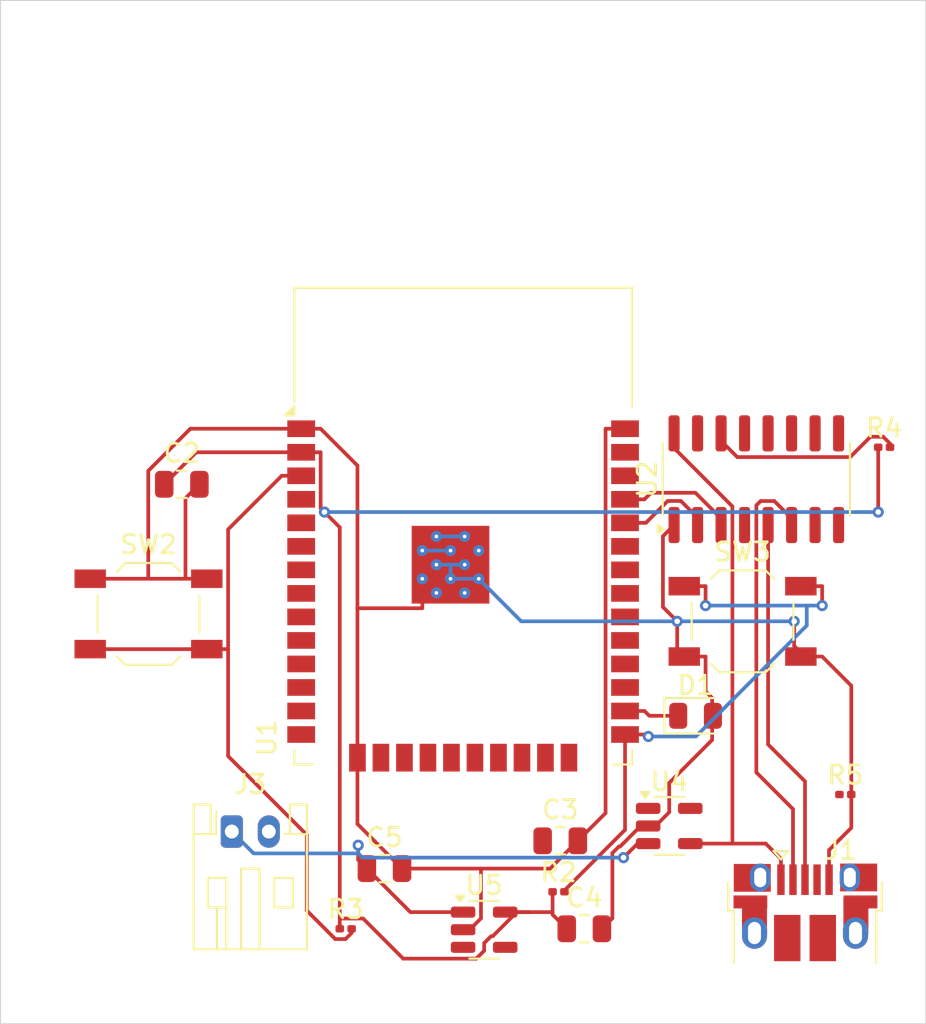
<source format=kicad_pcb>
(kicad_pcb (version 20240108) (generator "pcbnew") (generator_version "8.0")
  (layers (0 "F.Cu" signal) (31 "B.Cu" signal) (34 "B.Paste" user) (35 "F.Paste" user) (36 "B.SilkS" user "B.Silkscreen") (37 "F.SilkS" user "F.Silkscreen") (38 "B.Mask" user) (39 "F.Mask" user) (44 "Edge.Cuts" user))
  (net 0 "")
  (net 1 "GND")
  (net 2 "Net-(U1-VDD)")
  (net 3 "Net-(J1-VBUS)")
  (net 4 "Net-(J3-Pin_1)")
  (net 5 "Net-(D1-K)")
  (net 11 "Net-(J1-D+)")
  (net 16 "Net-(J1-D-)")
  (net 22 "Net-(U1-IO0)")
  (net 23 "Net-(U1-EN)")
  (net 24 "Net-(U2-~{RTS})")
  (net 25 "Net-(U4-PROG)")
  (net 37 "Net-(U1-TXD0{slash}IO1)")
  (net 38 "Net-(U1-RXD0{slash}IO3)")
  (footprint "Resistor_SMD:R_0201_0603Metric" (layer "F.Cu") (at 151 85)
    (property "Reference" "R4" (at 0 -1.05 0) (layer "F.SilkS"))
    (property "Value" "10k")
    (pad "1" smd roundrect (at -0.32 0) (size 0.46 0.4) (layers "F.Cu" "F.Mask") (net 2 "Net-(U1-VDD)"))
    (pad "2" smd roundrect (at 0.32 0) (size 0.46 0.4) (layers "F.Cu" "F.Mask") (net 24 "Net-(U2-~{RTS})"))
  )
  (footprint "Package_TO_SOT_SMD:TSOT-23-5" (layer "F.Cu") (at 139.3875 105.45)
    (property "Reference" "U4" (at 0 -2.4 0) (layer "F.SilkS"))
    (property "Value" "TP4057")
    (fp_line (start 0 -1.56) (end -0.8 -1.56) (stroke (width 0.12)) (layer "F.SilkS"))
    (fp_line (start 0 -1.56) (end 0.8 -1.56) (stroke (width 0.12)) (layer "F.SilkS"))
    (fp_line (start 0 1.56) (end -0.8 1.56) (stroke (width 0.12)) (layer "F.SilkS"))
    (fp_line (start 0 1.56) (end 0.8 1.56) (stroke (width 0.12)) (layer "F.SilkS"))
    (fp_poly (pts (xy -1.3 -1.51) (xy -1.54 -1.84) (xy -1.06 -1.84) (xy -1.3 -1.51)) (stroke (width 0.12)) (fill solid) (layer "F.SilkS"))
    (pad "1" smd roundrect (at -1.1375 -0.95) (size 1.325 0.6) (layers "F.Cu" "F.Paste" "F.Mask"))
    (pad "2" smd roundrect (at -1.1375 0) (size 1.325 0.6) (layers "F.Cu" "F.Paste" "F.Mask") (net 1 "GND"))
    (pad "3" smd roundrect (at -1.1375 0.95) (size 1.325 0.6) (layers "F.Cu" "F.Paste" "F.Mask") (net 4 "Net-(J3-Pin_1)"))
    (pad "4" smd roundrect (at 1.1375 0.95) (size 1.325 0.6) (layers "F.Cu" "F.Paste" "F.Mask") (net 3 "Net-(J1-VBUS)"))
    (pad "5" smd roundrect (at 1.1375 -0.95) (size 1.325 0.6) (layers "F.Cu" "F.Paste" "F.Mask"))
  )
  (footprint "RF_Module:ESP32-WROOM-32" (layer "F.Cu") (at 128.25 92.25)
    (property "Reference" "U1" (at -10.61 8.43 90) (layer "F.SilkS"))
    (property "Value" "ESP32-WROOM-32")
    (fp_line (start -9.12 -15.86) (end -9.12 -9.7) (stroke (width 0.12)) (layer "F.SilkS"))
    (fp_line (start -9.12 -15.86) (end 9.12 -15.86) (stroke (width 0.12)) (layer "F.SilkS"))
    (fp_line (start -9.12 9.1) (end -9.12 9.88) (stroke (width 0.12)) (layer "F.SilkS"))
    (fp_line (start -9.12 9.88) (end -8.12 9.88) (stroke (width 0.12)) (layer "F.SilkS"))
    (fp_line (start 9.12 -15.86) (end 9.12 -9.445) (stroke (width 0.12)) (layer "F.SilkS"))
    (fp_line (start 9.12 9.1) (end 9.12 9.88) (stroke (width 0.12)) (layer "F.SilkS"))
    (fp_line (start 9.12 9.88) (end 8.12 9.88) (stroke (width 0.12)) (layer "F.SilkS"))
    (fp_poly (pts (xy -9.125 -8.975) (xy -9.625 -8.975) (xy -9.125 -9.475) (xy -9.125 -8.975)) (stroke (width 0.12)) (fill solid) (layer "F.SilkS"))
    (pad "1" smd rect (at -8.75 -8.25) (size 1.5 0.9) (layers "F.Cu" "F.Paste" "F.Mask") (net 1 "GND"))
    (pad "2" smd rect (at -8.75 -6.98) (size 1.5 0.9) (layers "F.Cu" "F.Paste" "F.Mask") (net 2 "Net-(U1-VDD)"))
    (pad "3" smd rect (at -8.75 -5.71) (size 1.5 0.9) (layers "F.Cu" "F.Paste" "F.Mask") (net 23 "Net-(U1-EN)"))
    (pad "4" smd rect (at -8.75 -4.44) (size 1.5 0.9) (layers "F.Cu" "F.Paste" "F.Mask"))
    (pad "5" smd rect (at -8.75 -3.17) (size 1.5 0.9) (layers "F.Cu" "F.Paste" "F.Mask"))
    (pad "6" smd rect (at -8.75 -1.9) (size 1.5 0.9) (layers "F.Cu" "F.Paste" "F.Mask"))
    (pad "7" smd rect (at -8.75 -0.63) (size 1.5 0.9) (layers "F.Cu" "F.Paste" "F.Mask"))
    (pad "8" smd rect (at -8.75 0.64) (size 1.5 0.9) (layers "F.Cu" "F.Paste" "F.Mask"))
    (pad "9" smd rect (at -8.75 1.91) (size 1.5 0.9) (layers "F.Cu" "F.Paste" "F.Mask"))
    (pad "10" smd rect (at -8.75 3.18) (size 1.5 0.9) (layers "F.Cu" "F.Paste" "F.Mask"))
    (pad "11" smd rect (at -8.75 4.45) (size 1.5 0.9) (layers "F.Cu" "F.Paste" "F.Mask"))
    (pad "12" smd rect (at -8.75 5.72) (size 1.5 0.9) (layers "F.Cu" "F.Paste" "F.Mask"))
    (pad "13" smd rect (at -8.75 6.99) (size 1.5 0.9) (layers "F.Cu" "F.Paste" "F.Mask"))
    (pad "14" smd rect (at -8.75 8.26) (size 1.5 0.9) (layers "F.Cu" "F.Paste" "F.Mask"))
    (pad "15" smd rect (at -5.71 9.51 90) (size 1.5 0.9) (layers "F.Cu" "F.Paste" "F.Mask") (net 1 "GND"))
    (pad "16" smd rect (at -4.44 9.51 90) (size 1.5 0.9) (layers "F.Cu" "F.Paste" "F.Mask"))
    (pad "17" smd rect (at -3.17 9.51 90) (size 1.5 0.9) (layers "F.Cu" "F.Paste" "F.Mask"))
    (pad "18" smd rect (at -1.9 9.51 90) (size 1.5 0.9) (layers "F.Cu" "F.Paste" "F.Mask"))
    (pad "19" smd rect (at -0.63 9.51 90) (size 1.5 0.9) (layers "F.Cu" "F.Paste" "F.Mask"))
    (pad "20" smd rect (at 0.64 9.51 90) (size 1.5 0.9) (layers "F.Cu" "F.Paste" "F.Mask"))
    (pad "21" smd rect (at 1.91 9.51 90) (size 1.5 0.9) (layers "F.Cu" "F.Paste" "F.Mask"))
    (pad "22" smd rect (at 3.18 9.51 90) (size 1.5 0.9) (layers "F.Cu" "F.Paste" "F.Mask"))
    (pad "23" smd rect (at 4.45 9.51 90) (size 1.5 0.9) (layers "F.Cu" "F.Paste" "F.Mask"))
    (pad "24" smd rect (at 5.72 9.51 90) (size 1.5 0.9) (layers "F.Cu" "F.Paste" "F.Mask"))
    (pad "25" smd rect (at 8.75 8.26) (size 1.5 0.9) (layers "F.Cu" "F.Paste" "F.Mask") (net 22 "Net-(U1-IO0)"))
    (pad "26" smd rect (at 8.75 6.99) (size 1.5 0.9) (layers "F.Cu" "F.Paste" "F.Mask") (net 5 "Net-(D1-K)"))
    (pad "27" smd rect (at 8.75 5.72) (size 1.5 0.9) (layers "F.Cu" "F.Paste" "F.Mask"))
    (pad "28" smd rect (at 8.75 4.45) (size 1.5 0.9) (layers "F.Cu" "F.Paste" "F.Mask"))
    (pad "29" smd rect (at 8.75 3.18) (size 1.5 0.9) (layers "F.Cu" "F.Paste" "F.Mask"))
    (pad "30" smd rect (at 8.75 1.91) (size 1.5 0.9) (layers "F.Cu" "F.Paste" "F.Mask"))
    (pad "31" smd rect (at 8.75 0.64) (size 1.5 0.9) (layers "F.Cu" "F.Paste" "F.Mask"))
    (pad "32" smd rect (at 8.75 -0.63) (size 1.5 0.9) (layers "F.Cu" "F.Paste" "F.Mask"))
    (pad "33" smd rect (at 8.75 -1.9) (size 1.5 0.9) (layers "F.Cu" "F.Paste" "F.Mask"))
    (pad "34" smd rect (at 8.75 -3.17) (size 1.5 0.9) (layers "F.Cu" "F.Paste" "F.Mask") (net 38 "Net-(U1-RXD0{slash}IO3)"))
    (pad "35" smd rect (at 8.75 -4.44) (size 1.5 0.9) (layers "F.Cu" "F.Paste" "F.Mask") (net 37 "Net-(U1-TXD0{slash}IO1)"))
    (pad "36" smd rect (at 8.75 -5.71) (size 1.5 0.9) (layers "F.Cu" "F.Paste" "F.Mask"))
    (pad "37" smd rect (at 8.75 -6.98) (size 1.5 0.9) (layers "F.Cu" "F.Paste" "F.Mask"))
    (pad "38" smd rect (at 8.75 -8.25) (size 1.5 0.9) (layers "F.Cu" "F.Paste" "F.Mask") (net 1 "GND"))
    (pad "39" smd rect (at -2.205 -2.435) (size 1.05 1.05) (layers "F.Cu" "F.Paste") (net 1 "GND"))
    (pad "39" thru_hole circle (at -2.205 -1.6725) (size 0.6 0.6) (drill 0.2) (property pad_prop_heatsink) (layers "*.Cu" "F.Mask") (net 1 "GND"))
    (pad "39" smd rect (at -2.205 -0.91) (size 1.05 1.05) (layers "F.Cu" "F.Paste") (net 1 "GND"))
    (pad "39" thru_hole circle (at -2.205 -0.1475) (size 0.6 0.6) (drill 0.2) (property pad_prop_heatsink) (layers "*.Cu" "F.Mask") (net 1 "GND"))
    (pad "39" smd rect (at -2.205 0.615) (size 1.05 1.05) (layers "F.Cu" "F.Paste") (net 1 "GND"))
    (pad "39" thru_hole circle (at -1.4425 -2.435) (size 0.6 0.6) (drill 0.2) (property pad_prop_heatsink) (layers "*.Cu" "F.Mask") (net 1 "GND"))
    (pad "39" thru_hole circle (at -1.4425 -0.91) (size 0.6 0.6) (drill 0.2) (property pad_prop_heatsink) (layers "*.Cu" "F.Mask") (net 1 "GND"))
    (pad "39" thru_hole circle (at -1.4425 0.615) (size 0.6 0.6) (drill 0.2) (property pad_prop_heatsink) (layers "*.Cu" "F.Mask") (net 1 "GND"))
    (pad "39" smd rect (at -0.68 -2.435) (size 1.05 1.05) (layers "F.Cu" "F.Paste") (net 1 "GND"))
    (pad "39" thru_hole circle (at -0.68 -1.6725) (size 0.6 0.6) (drill 0.2) (property pad_prop_heatsink) (layers "*.Cu" "F.Mask") (net 1 "GND"))
    (pad "39" smd rect (at -0.68 -0.91) (size 1.05 1.05) (layers "F.Cu" "F.Paste") (net 1 "GND"))
    (pad "39" smd rect (at -0.68 -0.91) (size 4.2 4.2) (layers "F.Cu" "F.Mask") (net 1 "GND"))
    (pad "39" thru_hole circle (at -0.68 -0.1475) (size 0.6 0.6) (drill 0.2) (property pad_prop_heatsink) (layers "*.Cu" "F.Mask") (net 1 "GND"))
    (pad "39" smd rect (at -0.68 0.615) (size 1.05 1.05) (layers "F.Cu" "F.Paste") (net 1 "GND"))
    (pad "39" thru_hole circle (at 0.0825 -2.435) (size 0.6 0.6) (drill 0.2) (property pad_prop_heatsink) (layers "*.Cu" "F.Mask") (net 1 "GND"))
    (pad "39" thru_hole circle (at 0.0825 -0.91) (size 0.6 0.6) (drill 0.2) (property pad_prop_heatsink) (layers "*.Cu" "F.Mask") (net 1 "GND"))
    (pad "39" thru_hole circle (at 0.0825 0.615) (size 0.6 0.6) (drill 0.2) (property pad_prop_heatsink) (layers "*.Cu" "F.Mask") (net 1 "GND"))
    (pad "39" smd rect (at 0.845 -2.435) (size 1.05 1.05) (layers "F.Cu" "F.Paste") (net 1 "GND"))
    (pad "39" thru_hole circle (at 0.845 -1.6725) (size 0.6 0.6) (drill 0.2) (property pad_prop_heatsink) (layers "*.Cu" "F.Mask") (net 1 "GND"))
    (pad "39" smd rect (at 0.845 -0.91) (size 1.05 1.05) (layers "F.Cu" "F.Paste") (net 1 "GND"))
    (pad "39" thru_hole circle (at 0.845 -0.1475) (size 0.6 0.6) (drill 0.2) (property pad_prop_heatsink) (layers "*.Cu" "F.Mask") (net 1 "GND"))
    (pad "39" smd rect (at 0.845 0.615) (size 1.05 1.05) (layers "F.Cu" "F.Paste") (net 1 "GND"))
  )
  (footprint "Capacitor_SMD:C_0805_2012Metric" (layer "F.Cu") (at 124 107.75)
    (property "Reference" "C5" (at 0 -1.68 0) (layer "F.SilkS"))
    (property "Value" "1uF")
    (fp_line (start -0.261252 -0.735) (end 0.261252 -0.735) (stroke (width 0.12)) (layer "F.SilkS"))
    (fp_line (start -0.261252 0.735) (end 0.261252 0.735) (stroke (width 0.12)) (layer "F.SilkS"))
    (pad "1" smd roundrect (at -0.95 0) (size 1 1.45) (layers "F.Cu" "F.Paste" "F.Mask") (net 4 "Net-(J3-Pin_1)"))
    (pad "2" smd roundrect (at 0.95 0) (size 1 1.45) (layers "F.Cu" "F.Paste" "F.Mask") (net 1 "GND"))
  )
  (footprint "Package_TO_SOT_SMD:SOT-23-5" (layer "F.Cu") (at 129.3875 111.05)
    (property "Reference" "U5" (at 0 -2.4 0) (layer "F.SilkS"))
    (property "Value" "MIC5504-3.3YM5")
    (fp_line (start 0 -1.56) (end -0.8 -1.56) (stroke (width 0.12)) (layer "F.SilkS"))
    (fp_line (start 0 -1.56) (end 0.8 -1.56) (stroke (width 0.12)) (layer "F.SilkS"))
    (fp_line (start 0 1.56) (end -0.8 1.56) (stroke (width 0.12)) (layer "F.SilkS"))
    (fp_line (start 0 1.56) (end 0.8 1.56) (stroke (width 0.12)) (layer "F.SilkS"))
    (fp_poly (pts (xy -1.3 -1.51) (xy -1.54 -1.84) (xy -1.06 -1.84) (xy -1.3 -1.51)) (stroke (width 0.12)) (fill solid) (layer "F.SilkS"))
    (pad "1" smd roundrect (at -1.1375 -0.95) (size 1.325 0.6) (layers "F.Cu" "F.Paste" "F.Mask") (net 4 "Net-(J3-Pin_1)"))
    (pad "2" smd roundrect (at -1.1375 0) (size 1.325 0.6) (layers "F.Cu" "F.Paste" "F.Mask") (net 1 "GND"))
    (pad "3" smd roundrect (at -1.1375 0.95) (size 1.325 0.6) (layers "F.Cu" "F.Paste" "F.Mask"))
    (pad "4" smd roundrect (at 1.1375 0.95) (size 1.325 0.6) (layers "F.Cu" "F.Paste" "F.Mask"))
    (pad "5" smd roundrect (at 1.1375 -0.95) (size 1.325 0.6) (layers "F.Cu" "F.Paste" "F.Mask") (net 2 "Net-(U1-VDD)"))
  )
  (footprint "Resistor_SMD:R_0201_0603Metric" (layer "F.Cu") (at 133.405 109)
    (property "Reference" "R2" (at 0 -1.05 0) (layer "F.SilkS"))
    (property "Value" "10k")
    (pad "1" smd roundrect (at -0.32 0) (size 0.46 0.4) (layers "F.Cu" "F.Mask") (net 2 "Net-(U1-VDD)"))
    (pad "2" smd roundrect (at 0.32 0) (size 0.46 0.4) (layers "F.Cu" "F.Mask") (net 22 "Net-(U1-IO0)"))
  )
  (footprint "Capacitor_SMD:C_0805_2012Metric" (layer "F.Cu") (at 134.8 111)
    (property "Reference" "C4" (at 0 -1.68 0) (layer "F.SilkS"))
    (property "Value" "0.1uF")
    (fp_line (start -0.261252 -0.735) (end 0.261252 -0.735) (stroke (width 0.12)) (layer "F.SilkS"))
    (fp_line (start -0.261252 0.735) (end 0.261252 0.735) (stroke (width 0.12)) (layer "F.SilkS"))
    (pad "1" smd roundrect (at -0.95 0) (size 1 1.45) (layers "F.Cu" "F.Paste" "F.Mask") (net 2 "Net-(U1-VDD)"))
    (pad "2" smd roundrect (at 0.95 0) (size 1 1.45) (layers "F.Cu" "F.Paste" "F.Mask") (net 1 "GND"))
  )
  (footprint "Capacitor_SMD:C_0805_2012Metric" (layer "F.Cu") (at 113.05 87)
    (property "Reference" "C2" (at 0 -1.68 0) (layer "F.SilkS"))
    (property "Value" "10uF")
    (fp_line (start -0.261252 -0.735) (end 0.261252 -0.735) (stroke (width 0.12)) (layer "F.SilkS"))
    (fp_line (start -0.261252 0.735) (end 0.261252 0.735) (stroke (width 0.12)) (layer "F.SilkS"))
    (pad "1" smd roundrect (at -0.95 0) (size 1 1.45) (layers "F.Cu" "F.Paste" "F.Mask") (net 2 "Net-(U1-VDD)"))
    (pad "2" smd roundrect (at 0.95 0) (size 1 1.45) (layers "F.Cu" "F.Paste" "F.Mask") (net 1 "GND"))
  )
  (footprint "Connector_JST:JST_PH_S2B-PH-K_1x02_P2.00mm_Horizontal" (layer "F.Cu") (at 115.75 105.75)
    (property "Reference" "J3" (at 1 -2.55 0) (layer "F.SilkS"))
    (property "Value" "Lipo-Bat")
    (fp_line (start -2.06 -1.46) (end -2.06 6.36) (stroke (width 0.12)) (layer "F.SilkS"))
    (fp_line (start -2.06 0.14) (end -1.14 0.14) (stroke (width 0.12)) (layer "F.SilkS"))
    (fp_line (start -2.06 6.36) (end 4.06 6.36) (stroke (width 0.12)) (layer "F.SilkS"))
    (fp_line (start -1.3 2.5) (end -1.3 4.1) (stroke (width 0.12)) (layer "F.SilkS"))
    (fp_line (start -1.3 4.1) (end -0.3 4.1) (stroke (width 0.12)) (layer "F.SilkS"))
    (fp_line (start -1.14 -1.46) (end -2.06 -1.46) (stroke (width 0.12)) (layer "F.SilkS"))
    (fp_line (start -1.14 0.14) (end -1.14 -1.46) (stroke (width 0.12)) (layer "F.SilkS"))
    (fp_line (start -0.86 0.14) (end -1.14 0.14) (stroke (width 0.12)) (layer "F.SilkS"))
    (fp_line (start -0.86 0.14) (end -0.86 -1.075) (stroke (width 0.12)) (layer "F.SilkS"))
    (fp_line (start -0.8 4.1) (end -0.8 6.36) (stroke (width 0.12)) (layer "F.SilkS"))
    (fp_line (start -0.3 2.5) (end -1.3 2.5) (stroke (width 0.12)) (layer "F.SilkS"))
    (fp_line (start -0.3 4.1) (end -0.3 2.5) (stroke (width 0.12)) (layer "F.SilkS"))
    (fp_line (start -0.3 4.1) (end -0.3 6.36) (stroke (width 0.12)) (layer "F.SilkS"))
    (fp_line (start 0.5 2) (end 1.5 2) (stroke (width 0.12)) (layer "F.SilkS"))
    (fp_line (start 0.5 6.36) (end 0.5 2) (stroke (width 0.12)) (layer "F.SilkS"))
    (fp_line (start 1.5 2) (end 1.5 6.36) (stroke (width 0.12)) (layer "F.SilkS"))
    (fp_line (start 2.3 2.5) (end 3.3 2.5) (stroke (width 0.12)) (layer "F.SilkS"))
    (fp_line (start 2.3 4.1) (end 2.3 2.5) (stroke (width 0.12)) (layer "F.SilkS"))
    (fp_line (start 3.14 -1.46) (end 3.14 0.14) (stroke (width 0.12)) (layer "F.SilkS"))
    (fp_line (start 3.14 0.14) (end 2.86 0.14) (stroke (width 0.12)) (layer "F.SilkS"))
    (fp_line (start 3.3 2.5) (end 3.3 4.1) (stroke (width 0.12)) (layer "F.SilkS"))
    (fp_line (start 3.3 4.1) (end 2.3 4.1) (stroke (width 0.12)) (layer "F.SilkS"))
    (fp_line (start 4.06 -1.46) (end 3.14 -1.46) (stroke (width 0.12)) (layer "F.SilkS"))
    (fp_line (start 4.06 0.14) (end 3.14 0.14) (stroke (width 0.12)) (layer "F.SilkS"))
    (fp_line (start 4.06 6.36) (end 4.06 -1.46) (stroke (width 0.12)) (layer "F.SilkS"))
    (pad "1" thru_hole roundrect (at 0 0) (size 1.2 1.75) (drill 0.75) (layers "*.Cu" "*.Mask") (roundrect_rratio 0.208333) (net 4 "Net-(J3-Pin_1)"))
    (pad "2" thru_hole oval (at 2 0) (size 1.2 1.75) (drill 0.75) (layers "*.Cu" "*.Mask"))
  )
  (footprint "Resistor_SMD:R_0201_0603Metric" (layer "F.Cu") (at 121.905 111)
    (property "Reference" "R3" (at 0 -1.05 0) (layer "F.SilkS"))
    (property "Value" "10k")
    (pad "1" smd roundrect (at -0.32 0) (size 0.46 0.4) (layers "F.Cu" "F.Mask") (net 2 "Net-(U1-VDD)"))
    (pad "2" smd roundrect (at 0.32 0) (size 0.46 0.4) (layers "F.Cu" "F.Mask") (net 23 "Net-(U1-EN)"))
  )
  (footprint "Connector_USB:USB_Micro-B_Amphenol_10103594-0001LF_Horizontal" (layer "F.Cu") (at 146.75 110.115)
    (property "Reference" "J1" (at 1.925 -3.365 0) (layer "F.SilkS"))
    (property "Value" "USB_B_Micro")
    (fp_line (start -4.175 -0.065) (end -4.175 -1.615) (stroke (width 0.12)) (layer "F.SilkS"))
    (fp_line (start -4.175 -0.065) (end -3.875 -0.065) (stroke (width 0.12)) (layer "F.SilkS"))
    (fp_line (start -3.875 2.735) (end -3.875 -0.065) (stroke (width 0.12)) (layer "F.SilkS"))
    (fp_line (start -1.725 -3.315) (end -0.925 -3.315) (stroke (width 0.12)) (layer "F.SilkS"))
    (fp_line (start -1.325 -2.865) (end -1.725 -3.315) (stroke (width 0.12)) (layer "F.SilkS"))
    (fp_line (start -0.925 -3.315) (end -1.325 -2.865) (stroke (width 0.12)) (layer "F.SilkS"))
    (fp_line (start 3.825 -0.065) (end 4.125 -0.065) (stroke (width 0.12)) (layer "F.SilkS"))
    (fp_line (start 3.825 2.735) (end 3.825 -0.065) (stroke (width 0.12)) (layer "F.SilkS"))
    (fp_line (start 4.125 -0.065) (end 4.125 -1.615) (stroke (width 0.12)) (layer "F.SilkS"))
    (pad "1" smd rect (at -1.325 -1.765 90) (size 1.65 0.4) (layers "F.Cu" "F.Paste" "F.Mask") (net 3 "Net-(J1-VBUS)"))
    (pad "2" smd rect (at -0.675 -1.765 90) (size 1.65 0.4) (layers "F.Cu" "F.Paste" "F.Mask") (net 16 "Net-(J1-D-)"))
    (pad "3" smd rect (at -0.025 -1.765 90) (size 1.65 0.4) (layers "F.Cu" "F.Paste" "F.Mask") (net 11 "Net-(J1-D+)"))
    (pad "4" smd rect (at 0.625 -1.765 90) (size 1.65 0.4) (layers "F.Cu" "F.Paste" "F.Mask"))
    (pad "5" smd rect (at 1.275 -1.765 90) (size 1.65 0.4) (layers "F.Cu" "F.Paste" "F.Mask") (net 1 "GND"))
    (pad "6" smd rect (at -2.975 -0.565) (size 1.825 0.7) (layers "F.Cu" "F.Paste" "F.Mask"))
    (pad "6" smd rect (at -2.875 -1.865) (size 2 1.5) (layers "F.Cu" "F.Paste" "F.Mask"))
    (pad "6" smd rect (at -2.755 0.185) (size 1.35 2) (layers "F.Cu" "F.Paste" "F.Mask"))
    (pad "6" thru_hole oval (at -2.755 1.115 90) (size 1.7 1.35) (drill oval 1.2 0.7) (layers "*.Cu" "*.Mask"))
    (pad "6" thru_hole oval (at -2.445 -1.885 90) (size 1.5 1.1) (drill oval 1.05 0.65) (layers "*.Cu" "*.Mask"))
    (pad "6" smd rect (at -0.985 1.385 90) (size 2.5 1.43) (layers "F.Cu" "F.Paste" "F.Mask"))
    (pad "6" smd rect (at 0.935 1.385 90) (size 2.5 1.43) (layers "F.Cu" "F.Paste" "F.Mask"))
    (pad "6" thru_hole oval (at 2.395 -1.885 90) (size 1.5 1.1) (drill oval 1.05 0.65) (layers "*.Cu" "*.Mask"))
    (pad "6" thru_hole oval (at 2.705 1.115 90) (size 1.7 1.35) (drill oval 1.2 0.7) (layers "*.Cu" "*.Mask"))
    (pad "6" smd rect (at 2.725 0.185) (size 1.35 2) (layers "F.Cu" "F.Paste" "F.Mask"))
    (pad "6" smd rect (at 2.875 -1.885) (size 2 1.5) (layers "F.Cu" "F.Paste" "F.Mask"))
    (pad "6" smd rect (at 2.975 -0.565) (size 1.825 0.7) (layers "F.Cu" "F.Paste" "F.Mask"))
  )
  (footprint "Resistor_SMD:R_0201_0603Metric" (layer "F.Cu") (at 148.905 103.75)
    (property "Reference" "R5" (at 0 -1.05 0) (layer "F.SilkS"))
    (property "Value" "2k")
    (pad "1" smd roundrect (at -0.32 0) (size 0.46 0.4) (layers "F.Cu" "F.Mask") (net 25 "Net-(U4-PROG)"))
    (pad "2" smd roundrect (at 0.32 0) (size 0.46 0.4) (layers "F.Cu" "F.Mask") (net 1 "GND"))
  )
  (footprint "Capacitor_SMD:C_0805_2012Metric" (layer "F.Cu") (at 133.5 106.25)
    (property "Reference" "C3" (at 0 -1.68 0) (layer "F.SilkS"))
    (property "Value" "1uF")
    (fp_line (start -0.261252 -0.735) (end 0.261252 -0.735) (stroke (width 0.12)) (layer "F.SilkS"))
    (fp_line (start -0.261252 0.735) (end 0.261252 0.735) (stroke (width 0.12)) (layer "F.SilkS"))
    (pad "1" smd roundrect (at -0.95 0) (size 1 1.45) (layers "F.Cu" "F.Paste" "F.Mask") (net 3 "Net-(J1-VBUS)"))
    (pad "2" smd roundrect (at 0.95 0) (size 1 1.45) (layers "F.Cu" "F.Paste" "F.Mask") (net 1 "GND"))
  )
  (footprint "Package_SO:SOIC-16_3.9x9.9mm_P1.27mm" (layer "F.Cu") (at 144.095 86.725 90)
    (property "Reference" "U2" (at 0 -5.9 90) (layer "F.SilkS"))
    (property "Value" "CH340C")
    (fp_line (start 0 -5.06) (end 1.95 -5.06) (stroke (width 0.12)) (layer "F.SilkS"))
    (fp_line (start 0 -5.06) (end -1.95 -5.06) (stroke (width 0.12)) (layer "F.SilkS"))
    (fp_line (start 0 5.06) (end 1.95 5.06) (stroke (width 0.12)) (layer "F.SilkS"))
    (fp_line (start 0 5.06) (end -1.95 5.06) (stroke (width 0.12)) (layer "F.SilkS"))
    (fp_poly (pts (xy -2.7 -5.005) (xy -2.94 -5.335) (xy -2.46 -5.335) (xy -2.7 -5.005)) (stroke (width 0.12)) (fill solid) (layer "F.SilkS"))
    (pad "1" smd roundrect (at -2.475 -4.445 90) (size 1.95 0.6) (layers "F.Cu" "F.Paste" "F.Mask") (net 1 "GND"))
    (pad "2" smd roundrect (at -2.475 -3.175 90) (size 1.95 0.6) (layers "F.Cu" "F.Paste" "F.Mask") (net 38 "Net-(U1-RXD0{slash}IO3)"))
    (pad "3" smd roundrect (at -2.475 -1.905 90) (size 1.95 0.6) (layers "F.Cu" "F.Paste" "F.Mask") (net 37 "Net-(U1-TXD0{slash}IO1)"))
    (pad "4" smd roundrect (at -2.475 -0.635 90) (size 1.95 0.6) (layers "F.Cu" "F.Paste" "F.Mask"))
    (pad "5" smd roundrect (at -2.475 0.635 90) (size 1.95 0.6) (layers "F.Cu" "F.Paste" "F.Mask") (net 11 "Net-(J1-D+)"))
    (pad "6" smd roundrect (at -2.475 1.905 90) (size 1.95 0.6) (layers "F.Cu" "F.Paste" "F.Mask") (net 16 "Net-(J1-D-)"))
    (pad "7" smd roundrect (at -2.475 3.175 90) (size 1.95 0.6) (layers "F.Cu" "F.Paste" "F.Mask"))
    (pad "8" smd roundrect (at -2.475 4.445 90) (size 1.95 0.6) (layers "F.Cu" "F.Paste" "F.Mask"))
    (pad "9" smd roundrect (at 2.475 4.445 90) (size 1.95 0.6) (layers "F.Cu" "F.Paste" "F.Mask"))
    (pad "10" smd roundrect (at 2.475 3.175 90) (size 1.95 0.6) (layers "F.Cu" "F.Paste" "F.Mask"))
    (pad "11" smd roundrect (at 2.475 1.905 90) (size 1.95 0.6) (layers "F.Cu" "F.Paste" "F.Mask"))
    (pad "12" smd roundrect (at 2.475 0.635 90) (size 1.95 0.6) (layers "F.Cu" "F.Paste" "F.Mask"))
    (pad "13" smd roundrect (at 2.475 -0.635 90) (size 1.95 0.6) (layers "F.Cu" "F.Paste" "F.Mask"))
    (pad "14" smd roundrect (at 2.475 -1.905 90) (size 1.95 0.6) (layers "F.Cu" "F.Paste" "F.Mask") (net 24 "Net-(U2-~{RTS})"))
    (pad "15" smd roundrect (at 2.475 -3.175 90) (size 1.95 0.6) (layers "F.Cu" "F.Paste" "F.Mask"))
    (pad "16" smd roundrect (at 2.475 -4.445 90) (size 1.95 0.6) (layers "F.Cu" "F.Paste" "F.Mask") (net 3 "Net-(J1-VBUS)"))
  )
  (footprint "Button_Switch_SMD:SW_SPST_TL3342" (layer "F.Cu") (at 143.35 94.4)
    (property "Reference" "SW3" (at 0 -3.75 0) (layer "F.SilkS"))
    (property "Value" "Boot")
    (fp_line (start -2.75 -1) (end -2.75 1) (stroke (width 0.12)) (layer "F.SilkS"))
    (fp_line (start -1.7 -2.3) (end -1.25 -2.75) (stroke (width 0.12)) (layer "F.SilkS"))
    (fp_line (start -1.7 2.3) (end -1.25 2.75) (stroke (width 0.12)) (layer "F.SilkS"))
    (fp_line (start -1.25 -2.75) (end 1.25 -2.75) (stroke (width 0.12)) (layer "F.SilkS"))
    (fp_line (start -1.25 2.75) (end 1.25 2.75) (stroke (width 0.12)) (layer "F.SilkS"))
    (fp_line (start 1.7 -2.3) (end 1.25 -2.75) (stroke (width 0.12)) (layer "F.SilkS"))
    (fp_line (start 1.7 2.3) (end 1.25 2.75) (stroke (width 0.12)) (layer "F.SilkS"))
    (fp_line (start 2.75 -1) (end 2.75 1) (stroke (width 0.12)) (layer "F.SilkS"))
    (pad "1" smd rect (at -3.15 -1.9) (size 1.7 1) (layers "F.Cu" "F.Paste" "F.Mask") (net 22 "Net-(U1-IO0)"))
    (pad "1" smd rect (at 3.15 -1.9) (size 1.7 1) (layers "F.Cu" "F.Paste" "F.Mask") (net 22 "Net-(U1-IO0)"))
    (pad "2" smd rect (at -3.15 1.9) (size 1.7 1) (layers "F.Cu" "F.Paste" "F.Mask") (net 1 "GND"))
    (pad "2" smd rect (at 3.15 1.9) (size 1.7 1) (layers "F.Cu" "F.Paste" "F.Mask") (net 1 "GND"))
  )
  (footprint "Button_Switch_SMD:SW_SPST_TL3342" (layer "F.Cu") (at 111.25 94)
    (property "Reference" "SW2" (at 0 -3.75 0) (layer "F.SilkS"))
    (property "Value" "Reset")
    (fp_line (start -2.75 -1) (end -2.75 1) (stroke (width 0.12)) (layer "F.SilkS"))
    (fp_line (start -1.7 -2.3) (end -1.25 -2.75) (stroke (width 0.12)) (layer "F.SilkS"))
    (fp_line (start -1.7 2.3) (end -1.25 2.75) (stroke (width 0.12)) (layer "F.SilkS"))
    (fp_line (start -1.25 -2.75) (end 1.25 -2.75) (stroke (width 0.12)) (layer "F.SilkS"))
    (fp_line (start -1.25 2.75) (end 1.25 2.75) (stroke (width 0.12)) (layer "F.SilkS"))
    (fp_line (start 1.7 -2.3) (end 1.25 -2.75) (stroke (width 0.12)) (layer "F.SilkS"))
    (fp_line (start 1.7 2.3) (end 1.25 2.75) (stroke (width 0.12)) (layer "F.SilkS"))
    (fp_line (start 2.75 -1) (end 2.75 1) (stroke (width 0.12)) (layer "F.SilkS"))
    (pad "1" smd rect (at -3.15 -1.9) (size 1.7 1) (layers "F.Cu" "F.Paste" "F.Mask") (net 1 "GND"))
    (pad "1" smd rect (at 3.15 -1.9) (size 1.7 1) (layers "F.Cu" "F.Paste" "F.Mask") (net 1 "GND"))
    (pad "2" smd rect (at -3.15 1.9) (size 1.7 1) (layers "F.Cu" "F.Paste" "F.Mask") (net 23 "Net-(U1-EN)"))
    (pad "2" smd rect (at 3.15 1.9) (size 1.7 1) (layers "F.Cu" "F.Paste" "F.Mask") (net 23 "Net-(U1-EN)"))
  )
  (footprint "LED_SMD:LED_0805_2012Metric" (layer "F.Cu") (at 140.8125 99.5)
    (property "Reference" "D1" (at 0 -1.65 0) (layer "F.SilkS"))
    (property "Value" "LED")
    (fp_line (start -1.685 -0.96) (end -1.685 0.96) (stroke (width 0.12)) (layer "F.SilkS"))
    (fp_line (start -1.685 0.96) (end 1 0.96) (stroke (width 0.12)) (layer "F.SilkS"))
    (fp_line (start 1 -0.96) (end -1.685 -0.96) (stroke (width 0.12)) (layer "F.SilkS"))
    (pad "1" smd roundrect (at -0.9375 0) (size 0.975 1.4) (layers "F.Cu" "F.Paste" "F.Mask") (net 5 "Net-(D1-K)"))
    (pad "2" smd roundrect (at 0.9375 0) (size 0.975 1.4) (layers "F.Cu" "F.Paste" "F.Mask") (net 1 "GND"))
  )
  (gr_rect (start 103.25 60.875) (end 153.25 116.125) (stroke (width 0.05)) (fill none) (layer "Edge.Cuts"))
  (segment (start 140.2632 96.3) (end 139.8189 95.8557) (width 0.2) (layer "F.Cu") (net 1))
  (segment (start 129.095 92.1025) (end 129.095 91.34) (width 0.2) (layer "F.Cu") (net 1))
  (segment (start 139.3875 103.1213) (end 139.3875 104.7066) (width 0.2) (layer "F.Cu") (net 1))
  (segment (start 128.3325 92.865) (end 128.3325 91.34) (width 0.2) (layer "F.Cu") (net 1))
  (segment (start 113.2483 92.1) (end 113.2483 87.7517) (width 0.2) (layer "F.Cu") (net 1))
  (segment (start 127.57 91.34) (end 127.57 90.5775) (width 0.2) (layer "F.Cu") (net 1))
  (segment (start 126.045 92.1025) (end 126.045 91.34) (width 0.2) (layer "F.Cu") (net 1))
  (segment (start 140.3317 96.3) (end 141.3517 96.3) (width 0.2) (layer "F.Cu") (net 1))
  (segment (start 111.2366 86.2725) (end 113.5091 84) (width 0.2) (layer "F.Cu") (net 1))
  (segment (start 128.3325 89.815) (end 128.3325 91.34) (width 0.2) (layer "F.Cu") (net 1))
  (segment (start 148.025 106.7471) (end 149.225 105.5471) (width 0.2) (layer "F.Cu") (net 1))
  (segment (start 119.5 84) (end 120.5517 84) (width 0.2) (layer "F.Cu") (net 1))
  (segment (start 138.25 105.45) (end 137.8456 105.45) (width 0.2) (layer "F.Cu") (net 1))
  (segment (start 140.2 96.3) (end 140.2632 96.3) (width 0.2) (layer "F.Cu") (net 1))
  (segment (start 141.3517 96.3) (end 141.3517 98.182) (width 0.2) (layer "F.Cu") (net 1))
  (segment (start 111.2366 92.1) (end 111.2366 86.2725) (width 0.2) (layer "F.Cu") (net 1))
  (segment (start 129.095 91.34) (end 129.095 90.5775) (width 0.2) (layer "F.Cu") (net 1))
  (segment (start 135.9483 104.7517) (end 135.9483 84) (width 0.2) (layer "F.Cu") (net 1))
  (segment (start 132.95 107.75) (end 134.45 106.25) (width 0.2) (layer "F.Cu") (net 1))
  (segment (start 139.3875 104.7066) (end 138.6441 105.45) (width 0.2) (layer "F.Cu") (net 1))
  (segment (start 149.225 97.8733) (end 149.225 103.75) (width 0.2) (layer "F.Cu") (net 1))
  (segment (start 136.3157 110.4343) (end 135.75 111) (width 0.2) (layer "F.Cu") (net 1))
  (segment (start 137.8456 105.45) (end 136.7382 106.5574) (width 0.2) (layer "F.Cu") (net 1))
  (segment (start 147.6517 96.3) (end 149.225 97.8733) (width 0.2) (layer "F.Cu") (net 1))
  (segment (start 111.2366 92.1) (end 113.2483 92.1) (width 0.2) (layer "F.Cu") (net 1))
  (segment (start 138.6441 105.45) (end 138.25 105.45) (width 0.2) (layer "F.Cu") (net 1))
  (segment (start 146.7125 96.3) (end 147.6517 96.3) (width 0.2) (layer "F.Cu") (net 1))
  (segment (start 136.6683 106.5574) (end 136.3157 106.91) (width 0.2) (layer "F.Cu") (net 1))
  (segment (start 127.57 90.5775) (end 127.57 89.815) (width 0.2) (layer "F.Cu") (net 1))
  (segment (start 108.1 92.1) (end 111.2366 92.1) (width 0.2) (layer "F.Cu") (net 1))
  (segment (start 127.57 92.865) (end 127.57 92.1025) (width 0.2) (layer "F.Cu") (net 1))
  (segment (start 114.4 92.1) (end 113.2483 92.1) (width 0.2) (layer "F.Cu") (net 1))
  (segment (start 124.95 107.75) (end 129.2148 107.75) (width 0.2) (layer "F.Cu") (net 1))
  (segment (start 146.5 96.3) (end 146.7125 96.3) (width 0.2) (layer "F.Cu") (net 1))
  (segment (start 137 84) (end 135.9483 84) (width 0.2) (layer "F.Cu") (net 1))
  (segment (start 139.0483 93.6271) (end 139.0483 89.8017) (width 0.2) (layer "F.Cu") (net 1))
  (segment (start 122.54 105.34) (end 122.54 101.76) (width 0.2) (layer "F.Cu") (net 1))
  (segment (start 148.025 108.35) (end 148.025 106.7471) (width 0.2) (layer "F.Cu") (net 1))
  (segment (start 140.3317 96.3) (end 140.2632 96.3) (width 0.2) (layer "F.Cu") (net 1))
  (segment (start 126.045 92.865) (end 126.045 93.6917) (width 0.2) (layer "F.Cu") (net 1))
  (segment (start 113.5091 84) (end 119.5 84) (width 0.2) (layer "F.Cu") (net 1))
  (segment (start 146.7125 96.3) (end 146.1375 95.725) (width 0.2) (layer "F.Cu") (net 1))
  (segment (start 122.54 85.9883) (end 120.5517 84) (width 0.2) (layer "F.Cu") (net 1))
  (segment (start 122.54 101.76) (end 122.54 93.6917) (width 0.2) (layer "F.Cu") (net 1))
  (segment (start 141.3517 98.182) (end 141.7061 98.5364) (width 0.2) (layer "F.Cu") (net 1))
  (segment (start 139.8189 94.3977) (end 139.0483 93.6271) (width 0.2) (layer "F.Cu") (net 1))
  (segment (start 129.095 92.865) (end 129.095 92.1025) (width 0.2) (layer "F.Cu") (net 1))
  (segment (start 149.225 105.5471) (end 149.225 103.75) (width 0.2) (layer "F.Cu") (net 1))
  (segment (start 136.7382 106.5574) (end 136.6683 106.5574) (width 0.2) (layer "F.Cu") (net 1))
  (segment (start 141.7061 98.5364) (end 141.7061 100.8027) (width 0.2) (layer "F.Cu") (net 1))
  (segment (start 126.045 90.5775) (end 126.045 89.815) (width 0.2) (layer "F.Cu") (net 1))
  (segment (start 124.95 107.75) (end 122.54 105.34) (width 0.2) (layer "F.Cu") (net 1))
  (segment (start 122.54 93.6917) (end 122.54 85.9883) (width 0.2) (layer "F.Cu") (net 1))
  (segment (start 134.45 106.25) (end 135.9483 104.7517) (width 0.2) (layer "F.Cu") (net 1))
  (segment (start 126.045 93.6917) (end 122.54 93.6917) (width 0.2) (layer "F.Cu") (net 1))
  (segment (start 136.3157 106.91) (end 136.3157 110.4343) (width 0.2) (layer "F.Cu") (net 1))
  (segment (start 129.2148 107.75) (end 129.2148 110.4374) (width 0.2) (layer "F.Cu") (net 1))
  (segment (start 141.7061 98.5364) (end 141.7061 99.4561) (width 0.2) (layer "F.Cu") (net 1))
  (segment (start 129.2148 107.75) (end 132.95 107.75) (width 0.2) (layer "F.Cu") (net 1))
  (segment (start 127.57 92.1025) (end 127.57 91.34) (width 0.2) (layer "F.Cu") (net 1))
  (segment (start 141.7061 99.4561) (end 141.75 99.5) (width 0.2) (layer "F.Cu") (net 1))
  (segment (start 113.2483 87.7517) (end 114 87) (width 0.2) (layer "F.Cu") (net 1))
  (segment (start 129.095 90.5775) (end 129.095 89.815) (width 0.2) (layer "F.Cu") (net 1))
  (segment (start 129.2148 110.4374) (end 128.6022 111.05) (width 0.2) (layer "F.Cu") (net 1))
  (segment (start 141.7061 100.8027) (end 139.3875 103.1213) (width 0.2) (layer "F.Cu") (net 1))
  (segment (start 126.8075 92.865) (end 126.8075 91.34) (width 0.2) (layer "F.Cu") (net 1))
  (segment (start 126.045 92.865) (end 126.045 92.1025) (width 0.2) (layer "F.Cu") (net 1))
  (segment (start 139.0483 89.8017) (end 139.65 89.2) (width 0.2) (layer "F.Cu") (net 1))
  (segment (start 128.6022 111.05) (end 128.25 111.05) (width 0.2) (layer "F.Cu") (net 1))
  (segment (start 126.045 91.34) (end 126.045 90.5775) (width 0.2) (layer "F.Cu") (net 1))
  (segment (start 139.8189 95.8557) (end 139.8189 94.3977) (width 0.2) (layer "F.Cu") (net 1))
  (segment (start 146.1375 95.725) (end 146.1375 94.3977) (width 0.2) (layer "F.Cu") (net 1))
  (via (at 139.8189 94.3977) (size 0.6) (drill 0.3) (layers "F.Cu" "B.Cu") (net 1))
  (via (at 146.1375 94.3977) (size 0.6) (drill 0.3) (layers "F.Cu" "B.Cu") (net 1))
  (segment (start 131.3902 94.3977) (end 139.8189 94.3977) (width 0.2) (layer "B.Cu") (net 1))
  (segment (start 128.3325 89.815) (end 126.8075 89.815) (width 0.2) (layer "B.Cu") (net 1))
  (segment (start 127.57 90.5775) (end 126.045 90.5775) (width 0.2) (layer "B.Cu") (net 1))
  (segment (start 139.8189 94.3977) (end 146.1375 94.3977) (width 0.2) (layer "B.Cu") (net 1))
  (segment (start 129.095 92.1025) (end 131.3902 94.3977) (width 0.2) (layer "B.Cu") (net 1))
  (segment (start 127.57 91.34) (end 126.8075 91.34) (width 0.2) (layer "B.Cu") (net 1))
  (segment (start 128.3325 91.34) (end 127.57 91.34) (width 0.2) (layer "B.Cu") (net 1))
  (segment (start 127.57 91.34) (end 127.57 92.1025) (width 0.2) (layer "B.Cu") (net 1))
  (segment (start 129.095 92.1025) (end 127.57 92.1025) (width 0.2) (layer "B.Cu") (net 1))
  (segment (start 121.585 110.4454) (end 121.585 89.3258) (width 0.2) (layer "F.Cu") (net 2))
  (segment (start 121.585 89.3258) (end 120.7584 88.4992) (width 0.2) (layer "F.Cu") (net 2))
  (segment (start 131.805 110.1) (end 131.1524 110.1) (width 0.2) (layer "F.Cu") (net 2))
  (segment (start 119.5 85.27) (end 120.5517 85.27) (width 0.2) (layer "F.Cu") (net 2))
  (segment (start 131.1524 110.1) (end 129.8547 111.3977) (width 0.2) (layer "F.Cu") (net 2))
  (segment (start 128.9635 112.6112) (end 125.0122 112.6112) (width 0.2) (layer "F.Cu") (net 2))
  (segment (start 133.085 110.235) (end 133.085 110.1) (width 0.2) (layer "F.Cu") (net 2))
  (segment (start 129.3875 112.1872) (end 128.9635 112.6112) (width 0.2) (layer "F.Cu") (net 2))
  (segment (start 120.5517 88.2925) (end 120.7584 88.4992) (width 0.2) (layer "F.Cu") (net 2))
  (segment (start 121.585 111) (end 121.585 110.4454) (width 0.2) (layer "F.Cu") (net 2))
  (segment (start 113.83 85.27) (end 119.5 85.27) (width 0.2) (layer "F.Cu") (net 2))
  (segment (start 122.8464 110.4454) (end 121.585 110.4454) (width 0.2) (layer "F.Cu") (net 2))
  (segment (start 131.805 110.1) (end 130.525 110.1) (width 0.2) (layer "F.Cu") (net 2))
  (segment (start 129.3875 111.7736) (end 129.3875 112.1872) (width 0.2) (layer "F.Cu") (net 2))
  (segment (start 133.085 110.1) (end 131.805 110.1) (width 0.2) (layer "F.Cu") (net 2))
  (segment (start 125.0122 112.6112) (end 122.8464 110.4454) (width 0.2) (layer "F.Cu") (net 2))
  (segment (start 133.85 111) (end 133.085 110.235) (width 0.2) (layer "F.Cu") (net 2))
  (segment (start 129.7634 111.3977) (end 129.3875 111.7736) (width 0.2) (layer "F.Cu") (net 2))
  (segment (start 129.8547 111.3977) (end 129.7634 111.3977) (width 0.2) (layer "F.Cu") (net 2))
  (segment (start 150.68 85) (end 150.68 88.4992) (width 0.2) (layer "F.Cu") (net 2))
  (segment (start 112.1 87) (end 113.83 85.27) (width 0.2) (layer "F.Cu") (net 2))
  (segment (start 133.085 110.1) (end 133.085 109) (width 0.2) (layer "F.Cu") (net 2))
  (segment (start 120.5517 85.27) (end 120.5517 88.2925) (width 0.2) (layer "F.Cu") (net 2))
  (via (at 120.7584 88.4992) (size 0.6) (drill 0.3) (layers "F.Cu" "B.Cu") (net 2))
  (via (at 150.68 88.4992) (size 0.6) (drill 0.3) (layers "F.Cu" "B.Cu") (net 2))
  (segment (start 150.68 88.4992) (end 120.7584 88.4992) (width 0.2) (layer "B.Cu") (net 2))
  (segment (start 139.65 85.0433) (end 139.65 84.25) (width 0.2) (layer "F.Cu") (net 3))
  (segment (start 142.8021 106.4) (end 140.525 106.4) (width 0.2) (layer "F.Cu") (net 3))
  (segment (start 144.6017 106.4) (end 142.8021 106.4) (width 0.2) (layer "F.Cu") (net 3))
  (segment (start 142.8021 88.1954) (end 139.65 85.0433) (width 0.2) (layer "F.Cu") (net 3))
  (segment (start 145.425 107.2233) (end 144.6017 106.4) (width 0.2) (layer "F.Cu") (net 3))
  (segment (start 145.425 108.35) (end 145.425 107.2233) (width 0.2) (layer "F.Cu") (net 3))
  (segment (start 142.8021 106.4) (end 142.8021 88.1954) (width 0.2) (layer "F.Cu") (net 3))
  (segment (start 123.05 107.75) (end 125.4 110.1) (width 0.2) (layer "F.Cu") (net 4))
  (segment (start 138.25 106.4) (end 137.6765 106.4) (width 0.2) (layer "F.Cu") (net 4))
  (segment (start 137.6765 106.4) (end 136.9174 107.1591) (width 0.2) (layer "F.Cu") (net 4))
  (segment (start 122.5804 107.2804) (end 123.05 107.75) (width 0.2) (layer "F.Cu") (net 4))
  (segment (start 122.5804 106.4884) (end 122.5804 107.2804) (width 0.2) (layer "F.Cu") (net 4))
  (segment (start 125.4 110.1) (end 128.25 110.1) (width 0.2) (layer "F.Cu") (net 4))
  (via (at 122.5804 106.4884) (size 0.6) (drill 0.3) (layers "F.Cu" "B.Cu") (net 4))
  (via (at 136.9174 107.1591) (size 0.6) (drill 0.3) (layers "F.Cu" "B.Cu") (net 4))
  (segment (start 122.811 107.1591) (end 122.5804 106.9285) (width 0.2) (layer "B.Cu") (net 4))
  (segment (start 122.5804 106.9285) (end 122.5804 106.4884) (width 0.2) (layer "B.Cu") (net 4))
  (segment (start 116.9285 106.9285) (end 115.75 105.75) (width 0.2) (layer "B.Cu") (net 4))
  (segment (start 122.5804 106.9285) (end 116.9285 106.9285) (width 0.2) (layer "B.Cu") (net 4))
  (segment (start 136.9174 107.1591) (end 122.811 107.1591) (width 0.2) (layer "B.Cu") (net 4))
  (segment (start 138.3117 99.5) (end 138.0517 99.24) (width 0.2) (layer "F.Cu") (net 5))
  (segment (start 139.875 99.5) (end 138.3117 99.5) (width 0.2) (layer "F.Cu") (net 5))
  (segment (start 137 99.24) (end 138.0517 99.24) (width 0.2) (layer "F.Cu") (net 5))
  (segment (start 146.725 103.0394) (end 146.725 108.35) (width 0.2) (layer "F.Cu") (net 11))
  (segment (start 144.73 89.2) (end 144.73 101.0444) (width 0.2) (layer "F.Cu") (net 11))
  (segment (start 144.73 101.0444) (end 146.725 103.0394) (width 0.2) (layer "F.Cu") (net 11))
  (segment (start 144.095 102.5557) (end 144.095 88.1371) (width 0.2) (layer "F.Cu") (net 16))
  (segment (start 144.3283 87.9038) (end 145.0645 87.9038) (width 0.2) (layer "F.Cu") (net 16))
  (segment (start 144.095 88.1371) (end 144.3283 87.9038) (width 0.2) (layer "F.Cu") (net 16))
  (segment (start 146.075 104.5357) (end 144.095 102.5557) (width 0.2) (layer "F.Cu") (net 16))
  (segment (start 146.075 108.35) (end 146.075 104.5357) (width 0.2) (layer "F.Cu") (net 16))
  (segment (start 146 88.8393) (end 146 89.2) (width 0.2) (layer "F.Cu") (net 16))
  (segment (start 145.0645 87.9038) (end 146 88.8393) (width 0.2) (layer "F.Cu") (net 16))
  (segment (start 138.1579 100.6162) (end 138.0517 100.51) (width 0.2) (layer "F.Cu") (net 22))
  (segment (start 141.3517 92.5) (end 141.3517 93.5488) (width 0.2) (layer "F.Cu") (net 22))
  (segment (start 137 100.51) (end 137 105.6577) (width 0.2) (layer "F.Cu") (net 22))
  (segment (start 138.2593 100.6162) (end 138.1579 100.6162) (width 0.2) (layer "F.Cu") (net 22))
  (segment (start 140.2 92.5) (end 141.3517 92.5) (width 0.2) (layer "F.Cu") (net 22))
  (segment (start 133.725 108.9327) (end 133.725 109) (width 0.2) (layer "F.Cu") (net 22))
  (segment (start 137 100.51) (end 138.0517 100.51) (width 0.2) (layer "F.Cu") (net 22))
  (segment (start 137 105.6577) (end 133.725 108.9327) (width 0.2) (layer "F.Cu") (net 22))
  (segment (start 147.6517 92.5) (end 147.6517 93.5488) (width 0.2) (layer "F.Cu") (net 22))
  (segment (start 146.5 92.5) (end 147.6517 92.5) (width 0.2) (layer "F.Cu") (net 22))
  (via (at 141.3517 93.5488) (size 0.6) (drill 0.3) (layers "F.Cu" "B.Cu") (net 22))
  (via (at 138.2593 100.6162) (size 0.6) (drill 0.3) (layers "F.Cu" "B.Cu") (net 22))
  (via (at 147.6517 93.5488) (size 0.6) (drill 0.3) (layers "F.Cu" "B.Cu") (net 22))
  (segment (start 146.8206 93.5488) (end 146.8206 94.6237) (width 0.2) (layer "B.Cu") (net 22))
  (segment (start 141.3517 93.5488) (end 146.8206 93.5488) (width 0.2) (layer "B.Cu") (net 22))
  (segment (start 146.8206 93.5488) (end 147.6517 93.5488) (width 0.2) (layer "B.Cu") (net 22))
  (segment (start 140.8281 100.6162) (end 138.2593 100.6162) (width 0.2) (layer "B.Cu") (net 22))
  (segment (start 146.8206 94.6237) (end 140.8281 100.6162) (width 0.2) (layer "B.Cu") (net 22))
  (segment (start 119.8042 105.9282) (end 115.5517 101.6757) (width 0.2) (layer "F.Cu") (net 23))
  (segment (start 119.5 86.54) (end 118.4483 86.54) (width 0.2) (layer "F.Cu") (net 23))
  (segment (start 122.225 111.2255) (end 121.8954 111.5551) (width 0.2) (layer "F.Cu") (net 23))
  (segment (start 115.5517 89.4366) (end 118.4483 86.54) (width 0.2) (layer "F.Cu") (net 23))
  (segment (start 121.8954 111.5551) (end 121.3406 111.5551) (width 0.2) (layer "F.Cu") (net 23))
  (segment (start 122.225 111) (end 122.225 111.2255) (width 0.2) (layer "F.Cu") (net 23))
  (segment (start 115.5517 95.9) (end 115.5517 89.4366) (width 0.2) (layer "F.Cu") (net 23))
  (segment (start 114.4 95.9) (end 115.5517 95.9) (width 0.2) (layer "F.Cu") (net 23))
  (segment (start 108.1 95.9) (end 114.4 95.9) (width 0.2) (layer "F.Cu") (net 23))
  (segment (start 119.8042 110.0187) (end 119.8042 105.9282) (width 0.2) (layer "F.Cu") (net 23))
  (segment (start 121.3406 111.5551) (end 119.8042 110.0187) (width 0.2) (layer "F.Cu") (net 23))
  (segment (start 115.5517 101.6757) (end 115.5517 95.9) (width 0.2) (layer "F.Cu") (net 23))
  (segment (start 150.2605 84.4334) (end 150.9506 84.4334) (width 0.2) (layer "F.Cu") (net 24))
  (segment (start 143.0653 85.5316) (end 149.1623 85.5316) (width 0.2) (layer "F.Cu") (net 24))
  (segment (start 150.9506 84.4334) (end 151.32 84.8028) (width 0.2) (layer "F.Cu") (net 24))
  (segment (start 142.19 84.6563) (end 143.0653 85.5316) (width 0.2) (layer "F.Cu") (net 24))
  (segment (start 142.19 84.25) (end 142.19 84.6563) (width 0.2) (layer "F.Cu") (net 24))
  (segment (start 151.32 84.8028) (end 151.32 85) (width 0.2) (layer "F.Cu") (net 24))
  (segment (start 149.1623 85.5316) (end 150.2605 84.4334) (width 0.2) (layer "F.Cu") (net 24))
  (segment (start 140.8046 87.4585) (end 138.4032 87.4585) (width 0.2) (layer "F.Cu") (net 37))
  (segment (start 137 87.81) (end 138.0517 87.81) (width 0.2) (layer "F.Cu") (net 37))
  (segment (start 142.19 88.8439) (end 140.8046 87.4585) (width 0.2) (layer "F.Cu") (net 37))
  (segment (start 142.19 89.2) (end 142.19 88.8439) (width 0.2) (layer "F.Cu") (net 37))
  (segment (start 138.4032 87.4585) (end 138.0517 87.81) (width 0.2) (layer "F.Cu") (net 37))
  (segment (start 138.1283 89.08) (end 137 89.08) (width 0.2) (layer "F.Cu") (net 38))
  (segment (start 140.92 88.8031) (end 140.0177 87.9008) (width 0.2) (layer "F.Cu") (net 38))
  (segment (start 140.0177 87.9008) (end 139.3075 87.9008) (width 0.2) (layer "F.Cu") (net 38))
  (segment (start 140.92 89.2) (end 140.92 88.8031) (width 0.2) (layer "F.Cu") (net 38))
  (segment (start 139.3075 87.9008) (end 138.1283 89.08) (width 0.2) (layer "F.Cu") (net 38))
)
</source>
